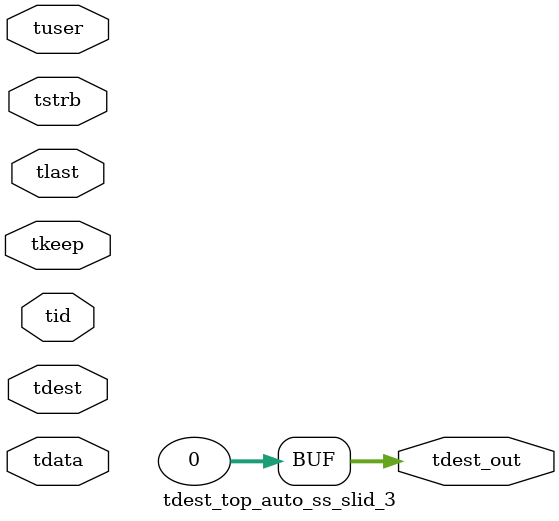
<source format=v>


`timescale 1ps/1ps

module tdest_top_auto_ss_slid_3 #
(
parameter C_S_AXIS_TDATA_WIDTH = 32,
parameter C_S_AXIS_TUSER_WIDTH = 0,
parameter C_S_AXIS_TID_WIDTH   = 0,
parameter C_S_AXIS_TDEST_WIDTH = 0,
parameter C_M_AXIS_TDEST_WIDTH = 32
)
(
input  [(C_S_AXIS_TDATA_WIDTH == 0 ? 1 : C_S_AXIS_TDATA_WIDTH)-1:0     ] tdata,
input  [(C_S_AXIS_TUSER_WIDTH == 0 ? 1 : C_S_AXIS_TUSER_WIDTH)-1:0     ] tuser,
input  [(C_S_AXIS_TID_WIDTH   == 0 ? 1 : C_S_AXIS_TID_WIDTH)-1:0       ] tid,
input  [(C_S_AXIS_TDEST_WIDTH == 0 ? 1 : C_S_AXIS_TDEST_WIDTH)-1:0     ] tdest,
input  [(C_S_AXIS_TDATA_WIDTH/8)-1:0 ] tkeep,
input  [(C_S_AXIS_TDATA_WIDTH/8)-1:0 ] tstrb,
input                                                                    tlast,
output [C_M_AXIS_TDEST_WIDTH-1:0] tdest_out
);

assign tdest_out = {3'b000};

endmodule


</source>
